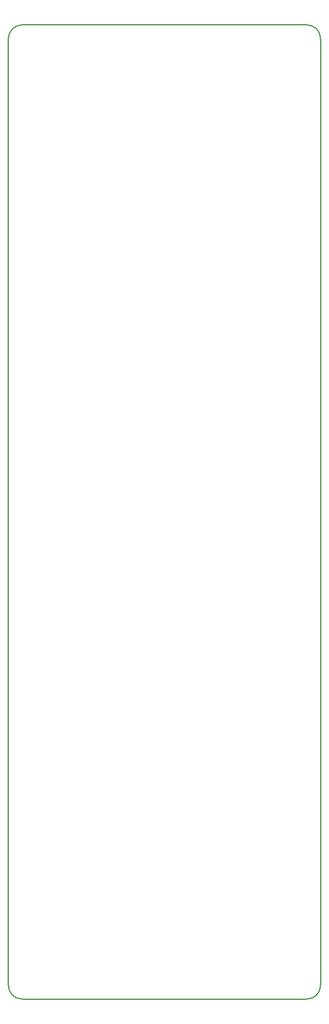
<source format=gbr>
G04 #@! TF.FileFunction,Profile,NP*
%FSLAX46Y46*%
G04 Gerber Fmt 4.6, Leading zero omitted, Abs format (unit mm)*
G04 Created by KiCad (PCBNEW 4.0.6) date 07/09/19 21:56:50*
%MOMM*%
%LPD*%
G01*
G04 APERTURE LIST*
%ADD10C,0.100000*%
%ADD11C,0.150000*%
G04 APERTURE END LIST*
D10*
D11*
X50000657Y-167948732D02*
G75*
G03X52000000Y-170000000I1999343J-51268D01*
G01*
X93000000Y-170000000D02*
G75*
G03X95000000Y-168000000I0J2000000D01*
G01*
X95000000Y-32000000D02*
G75*
G03X93000000Y-30000000I-2000000J0D01*
G01*
X52000000Y-30000000D02*
G75*
G03X50000000Y-32000000I0J-2000000D01*
G01*
X50000000Y-168000000D02*
X50000000Y-32000000D01*
X93000000Y-170000000D02*
X52000000Y-170000000D01*
X95000000Y-32000000D02*
X95000000Y-168000000D01*
X52000000Y-30000000D02*
X93000000Y-30000000D01*
M02*

</source>
